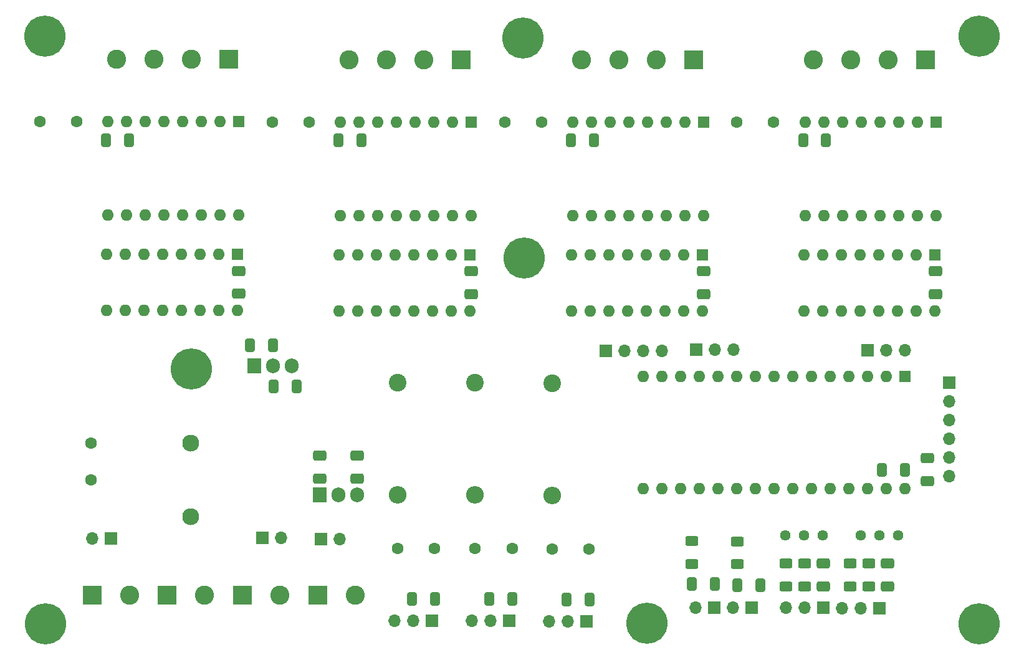
<source format=gbs>
G04 #@! TF.GenerationSoftware,KiCad,Pcbnew,8.0.8*
G04 #@! TF.CreationDate,2025-02-15T21:21:22+01:00*
G04 #@! TF.ProjectId,stepperpcb,73746570-7065-4727-9063-622e6b696361,rev?*
G04 #@! TF.SameCoordinates,Original*
G04 #@! TF.FileFunction,Soldermask,Bot*
G04 #@! TF.FilePolarity,Negative*
%FSLAX46Y46*%
G04 Gerber Fmt 4.6, Leading zero omitted, Abs format (unit mm)*
G04 Created by KiCad (PCBNEW 8.0.8) date 2025-02-15 21:21:22*
%MOMM*%
%LPD*%
G01*
G04 APERTURE LIST*
G04 Aperture macros list*
%AMRoundRect*
0 Rectangle with rounded corners*
0 $1 Rounding radius*
0 $2 $3 $4 $5 $6 $7 $8 $9 X,Y pos of 4 corners*
0 Add a 4 corners polygon primitive as box body*
4,1,4,$2,$3,$4,$5,$6,$7,$8,$9,$2,$3,0*
0 Add four circle primitives for the rounded corners*
1,1,$1+$1,$2,$3*
1,1,$1+$1,$4,$5*
1,1,$1+$1,$6,$7*
1,1,$1+$1,$8,$9*
0 Add four rect primitives between the rounded corners*
20,1,$1+$1,$2,$3,$4,$5,0*
20,1,$1+$1,$4,$5,$6,$7,0*
20,1,$1+$1,$6,$7,$8,$9,0*
20,1,$1+$1,$8,$9,$2,$3,0*%
G04 Aperture macros list end*
%ADD10C,5.600000*%
%ADD11C,3.600000*%
%ADD12R,1.700000X1.700000*%
%ADD13O,1.700000X1.700000*%
%ADD14RoundRect,0.250000X-0.412500X-0.650000X0.412500X-0.650000X0.412500X0.650000X-0.412500X0.650000X0*%
%ADD15RoundRect,0.250000X-0.625000X0.400000X-0.625000X-0.400000X0.625000X-0.400000X0.625000X0.400000X0*%
%ADD16RoundRect,0.250000X-0.650000X0.412500X-0.650000X-0.412500X0.650000X-0.412500X0.650000X0.412500X0*%
%ADD17C,1.440000*%
%ADD18RoundRect,0.250000X0.650000X-0.412500X0.650000X0.412500X-0.650000X0.412500X-0.650000X-0.412500X0*%
%ADD19O,1.600000X1.600000*%
%ADD20R,1.600000X1.600000*%
%ADD21C,2.600000*%
%ADD22R,2.600000X2.600000*%
%ADD23C,1.600000*%
%ADD24C,2.400000*%
%ADD25O,2.400000X2.400000*%
%ADD26RoundRect,0.250000X0.412500X0.650000X-0.412500X0.650000X-0.412500X-0.650000X0.412500X-0.650000X0*%
%ADD27O,1.905000X2.000000*%
%ADD28R,1.905000X2.000000*%
%ADD29C,2.300000*%
G04 APERTURE END LIST*
D10*
X146216800Y-63109200D03*
D11*
X146216800Y-63109200D03*
X146064400Y-33238800D03*
D10*
X146064400Y-33238800D03*
D11*
X101055600Y-78146000D03*
D10*
X101055600Y-78146000D03*
D11*
X162930000Y-112690000D03*
D10*
X162930000Y-112690000D03*
D12*
X172049200Y-110589400D03*
D13*
X169509200Y-110589400D03*
D12*
X203976400Y-80050200D03*
D13*
X203976400Y-82590200D03*
X203976400Y-85130200D03*
X203976400Y-87670200D03*
X203976400Y-90210200D03*
X203976400Y-92750200D03*
D12*
X177103200Y-110607200D03*
D13*
X174563200Y-110607200D03*
X181802400Y-110633400D03*
X184342400Y-110633400D03*
D12*
X186882400Y-110633400D03*
X194527600Y-110658000D03*
D13*
X191987600Y-110658000D03*
X189447600Y-110658000D03*
D12*
X169635600Y-75555200D03*
D13*
X172175600Y-75555200D03*
X174715600Y-75555200D03*
D12*
X157291200Y-75758400D03*
D13*
X159831200Y-75758400D03*
X162371200Y-75758400D03*
X164911200Y-75758400D03*
D12*
X90082800Y-101220000D03*
D13*
X87542800Y-101220000D03*
D12*
X110707600Y-101107600D03*
D13*
X113247600Y-101107600D03*
D12*
X118632400Y-101310800D03*
D13*
X121172400Y-101310800D03*
D12*
X192851200Y-75656800D03*
D13*
X195391200Y-75656800D03*
X197931200Y-75656800D03*
X149647600Y-112462000D03*
X152187600Y-112462000D03*
D12*
X154727600Y-112462000D03*
D13*
X139155600Y-112409400D03*
X141695600Y-112409400D03*
D12*
X144235600Y-112409400D03*
D13*
X128648400Y-112385800D03*
X131188400Y-112385800D03*
D12*
X133728400Y-112385800D03*
D14*
X172112500Y-107356000D03*
X168987500Y-107356000D03*
D15*
X169025400Y-104665600D03*
X169025400Y-101565600D03*
D16*
X186882400Y-107712400D03*
X186882400Y-104587400D03*
D15*
X184342400Y-107712400D03*
X184342400Y-104612400D03*
D17*
X181725800Y-100828200D03*
X184265800Y-100828200D03*
X186805800Y-100828200D03*
D15*
X181770400Y-107712400D03*
X181770400Y-104612400D03*
D17*
X191936600Y-100828200D03*
X194476600Y-100828200D03*
X197016600Y-100828200D03*
D15*
X190508000Y-107712400D03*
X190508000Y-104612400D03*
D10*
X81192800Y-112791600D03*
D11*
X81192800Y-112791600D03*
X208040400Y-32984800D03*
D10*
X208040400Y-32984800D03*
X208040400Y-112791600D03*
D11*
X208040400Y-112791600D03*
D10*
X81142000Y-32984800D03*
D11*
X81142000Y-32984800D03*
D14*
X187250200Y-47152000D03*
X184125200Y-47152000D03*
D18*
X202125200Y-64902000D03*
X202125200Y-68027000D03*
D19*
X201995200Y-70272000D03*
X199455200Y-70272000D03*
X196915200Y-70272000D03*
X194375200Y-70272000D03*
X191835200Y-70272000D03*
X189295200Y-70272000D03*
X186755200Y-70272000D03*
X184215200Y-70272000D03*
X184215200Y-62652000D03*
X186755200Y-62652000D03*
X189295200Y-62652000D03*
X191835200Y-62652000D03*
X194375200Y-62652000D03*
X196915200Y-62652000D03*
X199455200Y-62652000D03*
D20*
X201995200Y-62652000D03*
D21*
X185545200Y-36152000D03*
X190625200Y-36152000D03*
X195705200Y-36152000D03*
D22*
X200785200Y-36152000D03*
D19*
X202165200Y-57352000D03*
X199625200Y-57352000D03*
X197085200Y-57352000D03*
X194545200Y-57352000D03*
X192005200Y-57352000D03*
X189465200Y-57352000D03*
X186925200Y-57352000D03*
X184385200Y-57352000D03*
X184385200Y-44652000D03*
X186925200Y-44652000D03*
X189465200Y-44652000D03*
X192005200Y-44652000D03*
X194545200Y-44652000D03*
X197085200Y-44652000D03*
X199625200Y-44652000D03*
D20*
X202165200Y-44652000D03*
D23*
X175125200Y-44652000D03*
X180125200Y-44652000D03*
D14*
X155703400Y-47152000D03*
X152578400Y-47152000D03*
D18*
X170578400Y-64902000D03*
X170578400Y-68027000D03*
D19*
X170448400Y-70272000D03*
X167908400Y-70272000D03*
X165368400Y-70272000D03*
X162828400Y-70272000D03*
X160288400Y-70272000D03*
X157748400Y-70272000D03*
X155208400Y-70272000D03*
X152668400Y-70272000D03*
X152668400Y-62652000D03*
X155208400Y-62652000D03*
X157748400Y-62652000D03*
X160288400Y-62652000D03*
X162828400Y-62652000D03*
X165368400Y-62652000D03*
X167908400Y-62652000D03*
D20*
X170448400Y-62652000D03*
D21*
X153998400Y-36152000D03*
X159078400Y-36152000D03*
X164158400Y-36152000D03*
D22*
X169238400Y-36152000D03*
D19*
X170618400Y-57352000D03*
X168078400Y-57352000D03*
X165538400Y-57352000D03*
X162998400Y-57352000D03*
X160458400Y-57352000D03*
X157918400Y-57352000D03*
X155378400Y-57352000D03*
X152838400Y-57352000D03*
X152838400Y-44652000D03*
X155378400Y-44652000D03*
X157918400Y-44652000D03*
X160458400Y-44652000D03*
X162998400Y-44652000D03*
X165538400Y-44652000D03*
X168078400Y-44652000D03*
D20*
X170618400Y-44652000D03*
D23*
X143578400Y-44652000D03*
X148578400Y-44652000D03*
D14*
X124156600Y-47152000D03*
X121031600Y-47152000D03*
D18*
X139031600Y-64902000D03*
X139031600Y-68027000D03*
D19*
X138901600Y-70272000D03*
X136361600Y-70272000D03*
X133821600Y-70272000D03*
X131281600Y-70272000D03*
X128741600Y-70272000D03*
X126201600Y-70272000D03*
X123661600Y-70272000D03*
X121121600Y-70272000D03*
X121121600Y-62652000D03*
X123661600Y-62652000D03*
X126201600Y-62652000D03*
X128741600Y-62652000D03*
X131281600Y-62652000D03*
X133821600Y-62652000D03*
X136361600Y-62652000D03*
D20*
X138901600Y-62652000D03*
D21*
X122451600Y-36152000D03*
X127531600Y-36152000D03*
X132611600Y-36152000D03*
D22*
X137691600Y-36152000D03*
D19*
X139071600Y-57352000D03*
X136531600Y-57352000D03*
X133991600Y-57352000D03*
X131451600Y-57352000D03*
X128911600Y-57352000D03*
X126371600Y-57352000D03*
X123831600Y-57352000D03*
X121291600Y-57352000D03*
X121291600Y-44652000D03*
X123831600Y-44652000D03*
X126371600Y-44652000D03*
X128911600Y-44652000D03*
X131451600Y-44652000D03*
X133991600Y-44652000D03*
X136531600Y-44652000D03*
D20*
X139071600Y-44652000D03*
D23*
X112031600Y-44652000D03*
X117031600Y-44652000D03*
D14*
X155107600Y-109475000D03*
X151982600Y-109475000D03*
D23*
X155077600Y-102617000D03*
X150077600Y-102617000D03*
D24*
X150077600Y-80138000D03*
D25*
X150077600Y-95378000D03*
D14*
X144615600Y-109422400D03*
X141490600Y-109422400D03*
D23*
X144585600Y-102564400D03*
X139585600Y-102564400D03*
D25*
X139585600Y-95325400D03*
D24*
X139585600Y-80085400D03*
D22*
X97702800Y-108890800D03*
D21*
X102782800Y-108890800D03*
D22*
X107964400Y-108890800D03*
D21*
X113044400Y-108890800D03*
D19*
X107467200Y-57307200D03*
X104927200Y-57307200D03*
X102387200Y-57307200D03*
X99847200Y-57307200D03*
X97307200Y-57307200D03*
X94767200Y-57307200D03*
X92227200Y-57307200D03*
X89687200Y-57307200D03*
X89687200Y-44607200D03*
X92227200Y-44607200D03*
X94767200Y-44607200D03*
X97307200Y-44607200D03*
X99847200Y-44607200D03*
X102387200Y-44607200D03*
X104927200Y-44607200D03*
D20*
X107467200Y-44607200D03*
D22*
X87542800Y-108890800D03*
D21*
X92622800Y-108890800D03*
D26*
X197931200Y-91862000D03*
X194806200Y-91862000D03*
D27*
X114645400Y-77739600D03*
X112105400Y-77739600D03*
D28*
X109565400Y-77739600D03*
D23*
X87390400Y-88244400D03*
X87390400Y-93244400D03*
D27*
X123509200Y-95265600D03*
X120969200Y-95265600D03*
D28*
X118429200Y-95265600D03*
D21*
X90847200Y-36107200D03*
X95927200Y-36107200D03*
X101007200Y-36107200D03*
D22*
X106087200Y-36107200D03*
D19*
X107297200Y-70227200D03*
X104757200Y-70227200D03*
X102217200Y-70227200D03*
X99677200Y-70227200D03*
X97137200Y-70227200D03*
X94597200Y-70227200D03*
X92057200Y-70227200D03*
X89517200Y-70227200D03*
X89517200Y-62607200D03*
X92057200Y-62607200D03*
X94597200Y-62607200D03*
X97137200Y-62607200D03*
X99677200Y-62607200D03*
X102217200Y-62607200D03*
X104757200Y-62607200D03*
D20*
X107297200Y-62607200D03*
D23*
X134078400Y-102540800D03*
X129078400Y-102540800D03*
D16*
X200979200Y-93386000D03*
X200979200Y-90261000D03*
D20*
X197931200Y-79162000D03*
D19*
X195391200Y-79162000D03*
X192851200Y-79162000D03*
X190311200Y-79162000D03*
X187771200Y-79162000D03*
X185231200Y-79162000D03*
X182691200Y-79162000D03*
X180151200Y-79162000D03*
X177611200Y-79162000D03*
X175071200Y-79162000D03*
X172531200Y-79162000D03*
X169991200Y-79162000D03*
X167451200Y-79162000D03*
X164911200Y-79162000D03*
X162371200Y-79162000D03*
X162371200Y-94402000D03*
X164911200Y-94402000D03*
X167451200Y-94402000D03*
X169991200Y-94402000D03*
X172531200Y-94402000D03*
X175071200Y-94402000D03*
X177611200Y-94402000D03*
X180151200Y-94402000D03*
X182691200Y-94402000D03*
X185231200Y-94402000D03*
X187771200Y-94402000D03*
X190311200Y-94402000D03*
X192851200Y-94402000D03*
X195391200Y-94402000D03*
X197931200Y-94402000D03*
D23*
X80427200Y-44607200D03*
X85427200Y-44607200D03*
D25*
X129078400Y-95301800D03*
D24*
X129078400Y-80061800D03*
D15*
X193080000Y-107712400D03*
X193080000Y-104612400D03*
D18*
X107427200Y-64857200D03*
X107427200Y-67982200D03*
D14*
X134108400Y-109398800D03*
X130983400Y-109398800D03*
D15*
X175223000Y-104716400D03*
X175223000Y-101616400D03*
D16*
X195620000Y-107712400D03*
X195620000Y-104587400D03*
D18*
X123509200Y-93081200D03*
X123509200Y-89956200D03*
D14*
X92552200Y-47107200D03*
X89427200Y-47107200D03*
X178348000Y-107585400D03*
X175223000Y-107585400D03*
D26*
X112180800Y-80584400D03*
X115305800Y-80584400D03*
D14*
X112105400Y-74996400D03*
X108980400Y-74996400D03*
D18*
X118429200Y-93081200D03*
X118429200Y-89956200D03*
D22*
X118226000Y-108880000D03*
D21*
X123306000Y-108880000D03*
D29*
X100932200Y-88230200D03*
X100932200Y-98230200D03*
M02*

</source>
